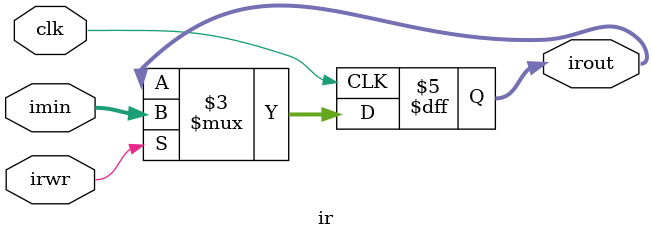
<source format=v>
module ir(clk, irwr, imin, irout);
  
  input clk, irwr;
  input [31:0]imin;
  output reg [31:0] irout;
  
  always@(posedge clk)
  begin
    if(irwr)
      begin
        irout = imin;
      end
  end
  
endmodule

</source>
